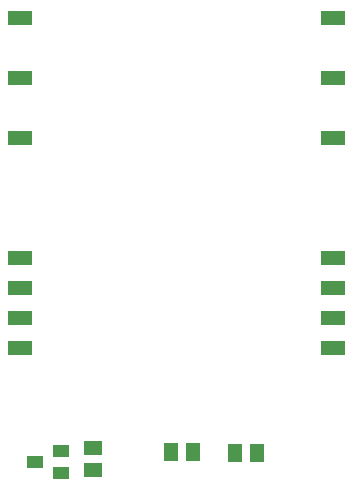
<source format=gbr>
G04 EAGLE Gerber RS-274X export*
G75*
%MOMM*%
%FSLAX34Y34*%
%LPD*%
%INSolderpaste Top*%
%IPPOS*%
%AMOC8*
5,1,8,0,0,1.08239X$1,22.5*%
G01*
%ADD10R,1.400000X1.000000*%
%ADD11R,1.500000X1.300000*%
%ADD12R,1.300000X1.500000*%
%ADD13R,2.030000X1.200000*%


D10*
X263320Y99060D03*
X285320Y108560D03*
X285320Y89560D03*
D11*
X312420Y92100D03*
X312420Y111100D03*
D12*
X450825Y106680D03*
X431825Y106680D03*
D13*
X250555Y474980D03*
X250555Y424180D03*
X250555Y373380D03*
X250555Y271780D03*
X250555Y246380D03*
X250555Y220980D03*
X250555Y195580D03*
X515255Y195580D03*
X515255Y220980D03*
X515255Y246380D03*
X515255Y271780D03*
X515255Y373380D03*
X515255Y424180D03*
X515255Y474980D03*
D12*
X377850Y107315D03*
X396850Y107315D03*
M02*

</source>
